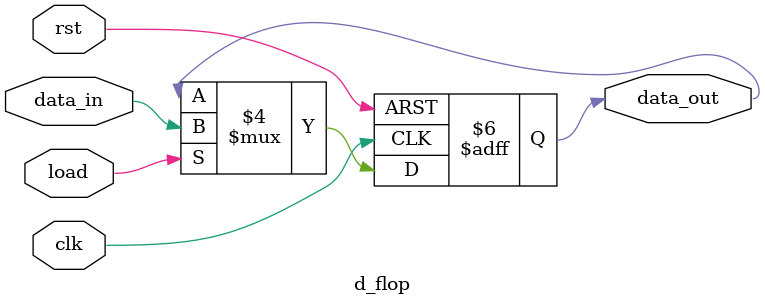
<source format=v>
`timescale 1ns / 1ps
module d_flop (data_out, data_in, load, clk, rst);
  output 		data_out;
  input 		data_in;
  input 		load;
  input 		clk, rst;
  reg 		data_out;

  always @ (posedge clk or negedge rst)
    if (rst == 0) 
    data_out <= 0; 
    else if (load == 1)
    data_out <= data_in;
endmodule
</source>
